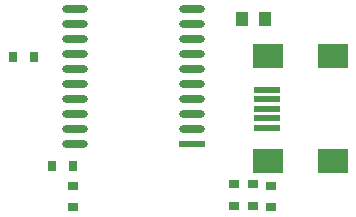
<source format=gtp>
G04 Layer_Color=8421504*
%FSTAX24Y24*%
%MOIN*%
G70*
G01*
G75*
%ADD10R,0.0984X0.0787*%
%ADD11R,0.0906X0.0197*%
%ADD12R,0.0394X0.0512*%
%ADD13R,0.0315X0.0374*%
%ADD14R,0.0374X0.0315*%
%ADD15O,0.0866X0.0236*%
%ADD16R,0.0866X0.0236*%
D10*
X045693Y033472D02*
D03*
Y029968D02*
D03*
X047859D02*
D03*
Y033472D02*
D03*
D11*
X045654Y03235D02*
D03*
Y032035D02*
D03*
Y03172D02*
D03*
Y031405D02*
D03*
Y03109D02*
D03*
D12*
X045594Y0347D02*
D03*
X044806D02*
D03*
D13*
X037196Y03345D02*
D03*
X037904D02*
D03*
X039204Y0298D02*
D03*
X038496D02*
D03*
D14*
X0392Y029154D02*
D03*
Y028446D02*
D03*
X04455Y029204D02*
D03*
Y028496D02*
D03*
X0452Y029204D02*
D03*
Y028496D02*
D03*
X0458Y029154D02*
D03*
Y028446D02*
D03*
D15*
X043145Y03505D02*
D03*
X039255D02*
D03*
Y03455D02*
D03*
X043145D02*
D03*
Y03105D02*
D03*
Y03155D02*
D03*
Y03205D02*
D03*
Y03255D02*
D03*
Y03305D02*
D03*
Y03355D02*
D03*
X039255Y03105D02*
D03*
Y03155D02*
D03*
Y03205D02*
D03*
Y03255D02*
D03*
Y03305D02*
D03*
Y03355D02*
D03*
Y03405D02*
D03*
Y03055D02*
D03*
X043145Y03405D02*
D03*
D16*
Y03055D02*
D03*
M02*

</source>
